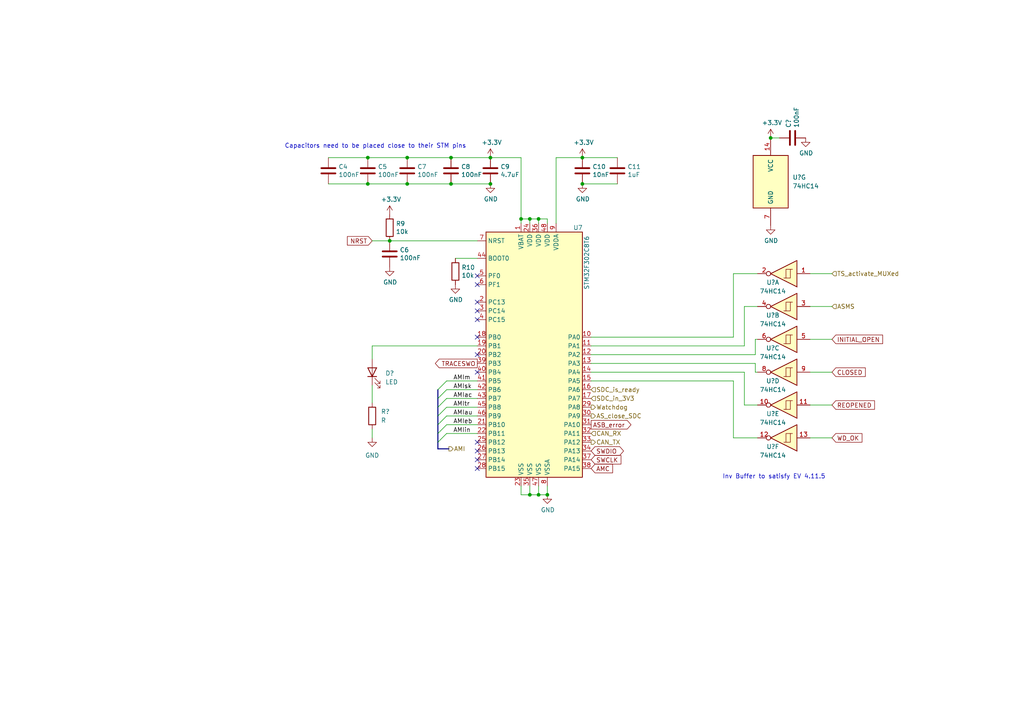
<source format=kicad_sch>
(kicad_sch (version 20211123) (generator eeschema)
  (paper "A4")
  (title_block (title "SDCL - CU") (date "2021-12-16") (rev "v1.0") (company "FaSTTUBe - Formula Student Team TU Berlin") (comment 1 "Car 113") (comment 2 "EBS Electronics") (comment 3 "CU for CAN Bus connection to supervisor"))
  (lib_symbols
    (symbol "74xx:74HC14" (pin_names (offset 1.016))
      (property "Reference" "U" (at 0 1.27 0))
      (property "Value" "74HC14" (at 0 -1.27 0))
      (symbol "74HC14_1_0"
        (polyline (pts (xy -3.81 3.81) (xy -3.81 -3.81) (xy 3.81 0) (xy -3.81 3.81)) (stroke (width 0.254)) (fill (type background)))
        (pin input line (at -7.62 0 0) (length 3.81) (name "~") (number "1"))
        (pin output inverted (at 7.62 0 180) (length 3.81) (name "~") (number "2"))
      )
      (symbol "74HC14_1_1"
        (polyline (pts (xy -1.905 -1.27) (xy -1.905 1.27) (xy -0.635 1.27)))
        (polyline (pts (xy -2.54 -1.27) (xy -0.635 -1.27) (xy -0.635 1.27) (xy 0 1.27)))
      )
      (symbol "74HC14_2_0"
        (polyline (pts (xy -3.81 3.81) (xy -3.81 -3.81) (xy 3.81 0) (xy -3.81 3.81)) (stroke (width 0.254)) (fill (type background)))
        (pin input line (at -7.62 0 0) (length 3.81) (name "~") (number "3"))
        (pin output inverted (at 7.62 0 180) (length 3.81) (name "~") (number "4"))
      )
      (symbol "74HC14_2_1"
        (polyline (pts (xy -1.905 -1.27) (xy -1.905 1.27) (xy -0.635 1.27)))
        (polyline (pts (xy -2.54 -1.27) (xy -0.635 -1.27) (xy -0.635 1.27) (xy 0 1.27)))
      )
      (symbol "74HC14_3_0"
        (polyline (pts (xy -3.81 3.81) (xy -3.81 -3.81) (xy 3.81 0) (xy -3.81 3.81)) (stroke (width 0.254)) (fill (type background)))
        (pin input line (at -7.62 0 0) (length 3.81) (name "~") (number "5"))
        (pin output inverted (at 7.62 0 180) (length 3.81) (name "~") (number "6"))
      )
      (symbol "74HC14_3_1"
        (polyline (pts (xy -1.905 -1.27) (xy -1.905 1.27) (xy -0.635 1.27)))
        (polyline (pts (xy -2.54 -1.27) (xy -0.635 -1.27) (xy -0.635 1.27) (xy 0 1.27)))
      )
      (symbol "74HC14_4_0"
        (polyline (pts (xy -3.81 3.81) (xy -3.81 -3.81) (xy 3.81 0) (xy -3.81 3.81)) (stroke (width 0.254)) (fill (type background)))
        (pin output inverted (at 7.62 0 180) (length 3.81) (name "~") (number "8"))
        (pin input line (at -7.62 0 0) (length 3.81) (name "~") (number "9"))
      )
      (symbol "74HC14_4_1"
        (polyline (pts (xy -1.905 -1.27) (xy -1.905 1.27) (xy -0.635 1.27)))
        (polyline (pts (xy -2.54 -1.27) (xy -0.635 -1.27) (xy -0.635 1.27) (xy 0 1.27)))
      )
      (symbol "74HC14_5_0"
        (polyline (pts (xy -3.81 3.81) (xy -3.81 -3.81) (xy 3.81 0) (xy -3.81 3.81)) (stroke (width 0.254)) (fill (type background)))
        (pin output inverted (at 7.62 0 180) (length 3.81) (name "~") (number "10"))
        (pin input line (at -7.62 0 0) (length 3.81) (name "~") (number "11"))
      )
      (symbol "74HC14_5_1"
        (polyline (pts (xy -1.905 -1.27) (xy -1.905 1.27) (xy -0.635 1.27)))
        (polyline (pts (xy -2.54 -1.27) (xy -0.635 -1.27) (xy -0.635 1.27) (xy 0 1.27)))
      )
      (symbol "74HC14_6_0"
        (polyline (pts (xy -3.81 3.81) (xy -3.81 -3.81) (xy 3.81 0) (xy -3.81 3.81)) (stroke (width 0.254)) (fill (type background)))
        (pin output inverted (at 7.62 0 180) (length 3.81) (name "~") (number "12"))
        (pin input line (at -7.62 0 0) (length 3.81) (name "~") (number "13"))
      )
      (symbol "74HC14_6_1"
        (polyline (pts (xy -1.905 -1.27) (xy -1.905 1.27) (xy -0.635 1.27)))
        (polyline (pts (xy -2.54 -1.27) (xy -0.635 -1.27) (xy -0.635 1.27) (xy 0 1.27)))
      )
      (symbol "74HC14_7_0"
        (pin power_in line (at 0 12.7 270) (length 5.08) (name "VCC") (number "14"))
        (pin power_in line (at 0 -12.7 90) (length 5.08) (name "GND") (number "7"))
      )
      (symbol "74HC14_7_1"
        (rectangle (start -5.08 7.62) (end 5.08 -7.62) (stroke (width 0.254)) (fill (type background)))
      )
    )
    (symbol "Device:C" (pin_numbers hide) (pin_names (offset 0.254))
      (property "Reference" "C" (at 0.635 2.54 0))
      (property "Value" "C" (at 0.635 -2.54 0))
      (symbol "C_0_1"
        (polyline (pts (xy -2.032 -0.762) (xy 2.032 -0.762)) (stroke (width 0.508)))
        (polyline (pts (xy -2.032 0.762) (xy 2.032 0.762)) (stroke (width 0.508)))
      )
      (symbol "C_1_1"
        (pin passive line (at 0 3.81 270) (length 2.794) (name "~") (number "1"))
        (pin passive line (at 0 -3.81 90) (length 2.794) (name "~") (number "2"))
      )
    )
    (symbol "Device:LED" (pin_numbers hide) (pin_names (offset 1.016) hide)
      (property "Reference" "D" (at 0 2.54 0))
      (property "Value" "LED" (at 0 -2.54 0))
      (symbol "LED_0_1"
        (polyline (pts (xy -1.27 -1.27) (xy -1.27 1.27)) (stroke (width 0.254)))
        (polyline (pts (xy -1.27 0) (xy 1.27 0)))
        (polyline (pts (xy 1.27 -1.27) (xy 1.27 1.27) (xy -1.27 0) (xy 1.27 -1.27)) (stroke (width 0.254)))
        (polyline (pts (xy -3.048 -0.762) (xy -4.572 -2.286) (xy -3.81 -2.286) (xy -4.572 -2.286) (xy -4.572 -1.524)))
        (polyline (pts (xy -1.778 -0.762) (xy -3.302 -2.286) (xy -2.54 -2.286) (xy -3.302 -2.286) (xy -3.302 -1.524)))
      )
      (symbol "LED_1_1"
        (pin passive line (at -3.81 0 0) (length 2.54) (name "K") (number "1"))
        (pin passive line (at 3.81 0 180) (length 2.54) (name "A") (number "2"))
      )
    )
    (symbol "Device:R" (pin_numbers hide) (pin_names (offset 0))
      (property "Reference" "R" (at 2.032 0 90))
      (property "Value" "R" (at 0 0 90))
      (symbol "R_0_1"
        (rectangle (start -1.016 -2.54) (end 1.016 2.54) (stroke (width 0.254)))
      )
      (symbol "R_1_1"
        (pin passive line (at 0 3.81 270) (length 1.27) (name "~") (number "1"))
        (pin passive line (at 0 -3.81 90) (length 1.27) (name "~") (number "2"))
      )
    )
    (symbol "MCU_ST_STM32F3:STM32F302C8Tx"
      (property "Reference" "U" (at -15.24 36.83 0))
      (property "Value" "STM32F302C8Tx" (at 7.62 36.83 0))
      (symbol "STM32F302C8Tx_0_1"
        (rectangle (start -15.24 -35.56) (end 12.7 35.56) (stroke (width 0.254)) (fill (type background)))
      )
      (symbol "STM32F302C8Tx_1_1"
        (pin power_in line (at -5.08 38.1 270) (length 2.54) (name "VBAT") (number "1"))
        (pin bidirectional line (at 15.24 5.08 180) (length 2.54) (name "PA0") (number "10"))
        (pin bidirectional line (at 15.24 2.54 180) (length 2.54) (name "PA1") (number "11"))
        (pin bidirectional line (at 15.24 0 180) (length 2.54) (name "PA2") (number "12"))
        (pin bidirectional line (at 15.24 -2.54 180) (length 2.54) (name "PA3") (number "13"))
        (pin bidirectional line (at 15.24 -5.08 180) (length 2.54) (name "PA4") (number "14"))
        (pin bidirectional line (at 15.24 -7.62 180) (length 2.54) (name "PA5") (number "15"))
        (pin bidirectional line (at 15.24 -10.16 180) (length 2.54) (name "PA6") (number "16"))
        (pin bidirectional line (at 15.24 -12.7 180) (length 2.54) (name "PA7") (number "17"))
        (pin bidirectional line (at -17.78 5.08 0) (length 2.54) (name "PB0") (number "18"))
        (pin bidirectional line (at -17.78 2.54 0) (length 2.54) (name "PB1") (number "19"))
        (pin bidirectional line (at -17.78 15.24 0) (length 2.54) (name "PC13") (number "2"))
        (pin bidirectional line (at -17.78 0 0) (length 2.54) (name "PB2") (number "20"))
        (pin bidirectional line (at -17.78 -20.32 0) (length 2.54) (name "PB10") (number "21"))
        (pin bidirectional line (at -17.78 -22.86 0) (length 2.54) (name "PB11") (number "22"))
        (pin power_in line (at -5.08 -38.1 90) (length 2.54) (name "VSS") (number "23"))
        (pin power_in line (at -2.54 38.1 270) (length 2.54) (name "VDD") (number "24"))
        (pin bidirectional line (at -17.78 -25.4 0) (length 2.54) (name "PB12") (number "25"))
        (pin bidirectional line (at -17.78 -27.94 0) (length 2.54) (name "PB13") (number "26"))
        (pin bidirectional line (at -17.78 -30.48 0) (length 2.54) (name "PB14") (number "27"))
        (pin bidirectional line (at -17.78 -33.02 0) (length 2.54) (name "PB15") (number "28"))
        (pin bidirectional line (at 15.24 -15.24 180) (length 2.54) (name "PA8") (number "29"))
        (pin bidirectional line (at -17.78 12.7 0) (length 2.54) (name "PC14") (number "3"))
        (pin bidirectional line (at 15.24 -17.78 180) (length 2.54) (name "PA9") (number "30"))
        (pin bidirectional line (at 15.24 -20.32 180) (length 2.54) (name "PA10") (number "31"))
        (pin bidirectional line (at 15.24 -22.86 180) (length 2.54) (name "PA11") (number "32"))
        (pin bidirectional line (at 15.24 -25.4 180) (length 2.54) (name "PA12") (number "33"))
        (pin bidirectional line (at 15.24 -27.94 180) (length 2.54) (name "PA13") (number "34"))
        (pin power_in line (at -2.54 -38.1 90) (length 2.54) (name "VSS") (number "35"))
        (pin power_in line (at 0 38.1 270) (length 2.54) (name "VDD") (number "36"))
        (pin bidirectional line (at 15.24 -30.48 180) (length 2.54) (name "PA14") (number "37"))
        (pin bidirectional line (at 15.24 -33.02 180) (length 2.54) (name "PA15") (number "38"))
        (pin bidirectional line (at -17.78 -2.54 0) (length 2.54) (name "PB3") (number "39"))
        (pin bidirectional line (at -17.78 10.16 0) (length 2.54) (name "PC15") (number "4"))
        (pin bidirectional line (at -17.78 -5.08 0) (length 2.54) (name "PB4") (number "40"))
        (pin bidirectional line (at -17.78 -7.62 0) (length 2.54) (name "PB5") (number "41"))
        (pin bidirectional line (at -17.78 -10.16 0) (length 2.54) (name "PB6") (number "42"))
        (pin bidirectional line (at -17.78 -12.7 0) (length 2.54) (name "PB7") (number "43"))
        (pin input line (at -17.78 27.94 0) (length 2.54) (name "BOOT0") (number "44"))
        (pin bidirectional line (at -17.78 -15.24 0) (length 2.54) (name "PB8") (number "45"))
        (pin bidirectional line (at -17.78 -17.78 0) (length 2.54) (name "PB9") (number "46"))
        (pin power_in line (at 0 -38.1 90) (length 2.54) (name "VSS") (number "47"))
        (pin power_in line (at 2.54 38.1 270) (length 2.54) (name "VDD") (number "48"))
        (pin input line (at -17.78 22.86 0) (length 2.54) (name "PF0") (number "5"))
        (pin input line (at -17.78 20.32 0) (length 2.54) (name "PF1") (number "6"))
        (pin input line (at -17.78 33.02 0) (length 2.54) (name "NRST") (number "7"))
        (pin power_in line (at 2.54 -38.1 90) (length 2.54) (name "VSSA") (number "8"))
        (pin power_in line (at 5.08 38.1 270) (length 2.54) (name "VDDA") (number "9"))
      )
    )
    (symbol "power:+3.3V" (power) (pin_names (offset 0))
      (property "Value" "+3.3V" (at 0 3.556 0))
      (symbol "+3.3V_0_1"
        (polyline (pts (xy -0.762 1.27) (xy 0 2.54)))
        (polyline (pts (xy 0 0) (xy 0 2.54)))
        (polyline (pts (xy 0 2.54) (xy 0.762 1.27)))
      )
      (symbol "+3.3V_1_1"
        (pin power_in line (at 0 0 90) (length 0) hide (name "+3.3V") (number "1"))
      )
    )
    (symbol "power:GND" (power) (pin_names (offset 0))
      (property "Value" "GND" (at 0 -3.81 0))
      (symbol "GND_0_1"
        (polyline (pts (xy 0 0) (xy 0 -1.27) (xy 1.27 -1.27) (xy 0 -2.54) (xy -1.27 -1.27) (xy 0 -1.27)))
      )
      (symbol "GND_1_1"
        (pin power_in line (at 0 0 270) (length 0) hide (name "GND") (number "1"))
      )
    )
  )
  (junction (at 223.52 40.005))
  (junction (at 106.68 45.72))
  (junction (at 142.24 53.34))
  (junction (at 118.11 45.72))
  (junction (at 118.11 53.34))
  (junction (at 106.68 53.34))
  (junction (at 153.67 63.5))
  (junction (at 168.91 45.72))
  (junction (at 130.81 53.34))
  (junction (at 142.24 45.72))
  (junction (at 158.75 143.51))
  (junction (at 113.03 69.85))
  (junction (at 156.21 63.5))
  (junction (at 153.67 143.51))
  (junction (at 151.13 63.5))
  (junction (at 130.81 45.72))
  (junction (at 156.21 143.51))
  (junction (at 168.91 53.34))
  (no_connect (at 138.43 133.35))
  (no_connect (at 138.43 82.55))
  (no_connect (at 138.43 87.63))
  (no_connect (at 138.43 92.71))
  (no_connect (at 138.43 128.27))
  (no_connect (at 138.43 80.01))
  (no_connect (at 138.43 90.17))
  (no_connect (at 138.43 97.79))
  (no_connect (at 138.43 102.87))
  (no_connect (at 138.43 130.81))
  (no_connect (at 138.43 107.95))
  (no_connect (at 138.43 135.89))
  (bus_entry (at 127 118.11) (size 2.54 -2.54))
  (bus_entry (at 127 120.65) (size 2.54 -2.54))
  (bus_entry (at 127 123.19) (size 2.54 -2.54))
  (bus_entry (at 127 125.73) (size 2.54 -2.54))
  (bus_entry (at 127 128.27) (size 2.54 -2.54))
  (bus_entry (at 127 113.03) (size 2.54 -2.54))
  (bus_entry (at 127 115.57) (size 2.54 -2.54))
  (wire (pts (xy 153.67 63.5) (xy 153.67 64.77)))
  (wire (pts (xy 212.725 79.375) (xy 219.71 79.375)))
  (wire (pts (xy 158.75 63.5) (xy 156.21 63.5)))
  (wire (pts (xy 107.95 104.14) (xy 107.95 100.33)))
  (wire (pts (xy 161.29 45.72) (xy 161.29 64.77)))
  (wire (pts (xy 129.54 120.65) (xy 138.43 120.65)))
  (wire (pts (xy 153.67 140.97) (xy 153.67 143.51)))
  (wire (pts (xy 219.71 88.9) (xy 215.9 88.9)))
  (wire (pts (xy 156.21 140.97) (xy 156.21 143.51)))
  (wire (pts (xy 158.75 64.77) (xy 158.75 63.5)))
  (wire (pts (xy 107.95 111.76) (xy 107.95 116.84)))
  (wire (pts (xy 158.75 143.51) (xy 156.21 143.51)))
  (wire (pts (xy 219.075 98.425) (xy 219.075 102.87)))
  (wire (pts (xy 130.81 53.34) (xy 142.24 53.34)))
  (wire (pts (xy 129.54 118.11) (xy 138.43 118.11)))
  (bus (pts (xy 127 113.03) (xy 127 115.57)))
  (wire (pts (xy 107.95 100.33) (xy 138.43 100.33)))
  (wire (pts (xy 168.91 53.34) (xy 179.07 53.34)))
  (wire (pts (xy 219.075 98.425) (xy 219.71 98.425)))
  (wire (pts (xy 142.24 45.72) (xy 151.13 45.72)))
  (wire (pts (xy 107.95 69.85) (xy 113.03 69.85)))
  (wire (pts (xy 156.21 63.5) (xy 153.67 63.5)))
  (bus (pts (xy 127 130.175) (xy 130.175 130.175)))
  (wire (pts (xy 212.725 127) (xy 212.725 110.49)))
  (bus (pts (xy 127 128.27) (xy 127 130.175)))
  (bus (pts (xy 127 118.11) (xy 127 120.65)))
  (wire (pts (xy 129.54 125.73) (xy 138.43 125.73)))
  (wire (pts (xy 219.075 107.95) (xy 219.075 105.41)))
  (wire (pts (xy 234.95 127) (xy 241.3 127)))
  (wire (pts (xy 226.06 40.005) (xy 223.52 40.005)))
  (wire (pts (xy 161.29 45.72) (xy 168.91 45.72)))
  (bus (pts (xy 127 115.57) (xy 127 118.11)))
  (wire (pts (xy 219.71 117.475) (xy 215.9 117.475)))
  (wire (pts (xy 171.45 97.79) (xy 212.725 97.79)))
  (wire (pts (xy 113.03 69.85) (xy 138.43 69.85)))
  (wire (pts (xy 158.75 140.97) (xy 158.75 143.51)))
  (wire (pts (xy 219.075 102.87) (xy 171.45 102.87)))
  (wire (pts (xy 215.9 100.33) (xy 171.45 100.33)))
  (wire (pts (xy 129.54 115.57) (xy 138.43 115.57)))
  (wire (pts (xy 212.725 97.79) (xy 212.725 79.375)))
  (wire (pts (xy 168.91 45.72) (xy 179.07 45.72)))
  (bus (pts (xy 127 123.19) (xy 127 125.73)))
  (wire (pts (xy 156.21 143.51) (xy 153.67 143.51)))
  (wire (pts (xy 215.9 88.9) (xy 215.9 100.33)))
  (wire (pts (xy 129.54 110.49) (xy 138.43 110.49)))
  (wire (pts (xy 107.95 127) (xy 107.95 124.46)))
  (bus (pts (xy 127 125.73) (xy 127 128.27)))
  (wire (pts (xy 215.9 117.475) (xy 215.9 107.95)))
  (wire (pts (xy 234.95 117.475) (xy 241.3 117.475)))
  (wire (pts (xy 234.95 107.95) (xy 241.3 107.95)))
  (wire (pts (xy 219.075 105.41) (xy 171.45 105.41)))
  (bus (pts (xy 127 120.65) (xy 127 123.19)))
  (wire (pts (xy 129.54 123.19) (xy 138.43 123.19)))
  (wire (pts (xy 129.54 113.03) (xy 138.43 113.03)))
  (wire (pts (xy 132.08 74.93) (xy 138.43 74.93)))
  (wire (pts (xy 234.95 98.425) (xy 241.3 98.425)))
  (wire (pts (xy 219.075 107.95) (xy 219.71 107.95)))
  (wire (pts (xy 95.25 53.34) (xy 106.68 53.34)))
  (wire (pts (xy 151.13 140.97) (xy 151.13 143.51)))
  (wire (pts (xy 106.68 45.72) (xy 118.11 45.72)))
  (wire (pts (xy 219.71 127) (xy 212.725 127)))
  (wire (pts (xy 151.13 143.51) (xy 153.67 143.51)))
  (wire (pts (xy 106.68 53.34) (xy 118.11 53.34)))
  (wire (pts (xy 215.9 107.95) (xy 171.45 107.95)))
  (wire (pts (xy 234.95 79.375) (xy 241.3 79.375)))
  (wire (pts (xy 234.95 88.9) (xy 241.3 88.9)))
  (wire (pts (xy 106.68 45.72) (xy 95.25 45.72)))
  (wire (pts (xy 212.725 110.49) (xy 171.45 110.49)))
  (wire (pts (xy 151.13 63.5) (xy 151.13 64.77)))
  (wire (pts (xy 151.13 45.72) (xy 151.13 63.5)))
  (wire (pts (xy 118.11 53.34) (xy 130.81 53.34)))
  (wire (pts (xy 156.21 64.77) (xy 156.21 63.5)))
  (wire (pts (xy 153.67 63.5) (xy 151.13 63.5)))
  (wire (pts (xy 118.11 45.72) (xy 130.81 45.72)))
  (wire (pts (xy 130.81 45.72) (xy 142.24 45.72)))
  (text "Capacitors need to be placed close to their STM pins" (at 82.55 43.18 0) (effects (font (size 1.27 1.27)) (justify left bottom)))
  (text "Inv Buffer to satisfy EV 4.11.5" (at 209.55 139.065 0) (effects (font (size 1.27 1.27)) (justify left bottom)))
  (label "AMIsk" (at 131.445 113.03 0))
  (label "AMIm" (at 131.445 110.49 0))
  (label "AMIac" (at 131.445 115.57 0))
  (label "AMIau" (at 131.445 120.65 0))
  (label "AMIin" (at 131.445 125.73 0))
  (label "AMIeb" (at 131.445 123.19 0))
  (label "AMItr" (at 131.445 118.11 0))
  (global_label "REOPENED" (shape input) (at 241.3 117.475 0) (property "Intersheet References" "${INTERSHEET_REFS}" (effects hide)))
  (global_label "CLOSED" (shape input) (at 241.3 107.95 0) (property "Intersheet References" "${INTERSHEET_REFS}" (effects hide)))
  (global_label "WD_OK" (shape input) (at 241.3 127 0) (property "Intersheet References" "${INTERSHEET_REFS}" (effects hide)))
  (global_label "ASB_error" (shape output) (at 171.45 123.19 0) (property "Intersheet References" "${INTERSHEET_REFS}" (effects hide)))
  (global_label "SWDIO" (shape bidirectional) (at 171.45 130.81 0) (property "Intersheet References" "${INTERSHEET_REFS}" (effects hide)))
  (global_label "INITIAL_OPEN" (shape input) (at 241.3 98.425 0) (property "Intersheet References" "${INTERSHEET_REFS}" (effects hide)))
  (global_label "NRST" (shape input) (at 107.95 69.85 180) (property "Intersheet References" "${INTERSHEET_REFS}" (effects hide)))
  (global_label "AMC" (shape input) (at 171.45 135.89 0) (property "Intersheet References" "${INTERSHEET_REFS}" (effects hide)))
  (global_label "TRACESWO" (shape output) (at 138.43 105.41 180) (property "Intersheet References" "${INTERSHEET_REFS}" (effects hide)))
  (global_label "SWCLK" (shape input) (at 171.45 133.35 0) (property "Intersheet References" "${INTERSHEET_REFS}" (effects hide)))
  (hierarchical_label "SDC_is_ready" (shape input) (at 171.45 113.03 0))
  (hierarchical_label "CAN_RX" (shape input) (at 171.45 125.73 0))
  (hierarchical_label "CAN_TX" (shape output) (at 171.45 128.27 0))
  (hierarchical_label "ASMS" (shape input) (at 241.3 88.9 0))
  (hierarchical_label "AS_close_SDC" (shape output) (at 171.45 120.65 0))
  (hierarchical_label "TS_activate_MUXed" (shape input) (at 241.3 79.375 0))
  (hierarchical_label "Watchdog" (shape output) (at 171.45 118.11 0))
  (hierarchical_label "SDC_in_3V3" (shape input) (at 171.45 115.57 0))
  (hierarchical_label "AMI" (shape output) (at 130.175 130.175 0))
  (symbol (lib_id "Device:C") (at 130.81 49.53 0) (unit 1)
    (property "Reference" "C8" (at 133.731 48.3616 0) (effects (justify left)))
    (property "Value" "100nF" (at 133.731 50.673 0) (effects (justify left)))
    (property "Footprint" "Capacitor_SMD:C_0603_1608Metric_Pad1.05x0.95mm_HandSolder" (effects hide))
  )
  (symbol (lib_id "Device:C") (at 142.24 49.53 0) (unit 1)
    (property "Reference" "C9" (at 145.161 48.3616 0) (effects (justify left)))
    (property "Value" "4.7uF" (at 145.161 50.673 0) (effects (justify left)))
    (property "Footprint" "Capacitor_SMD:C_0603_1608Metric_Pad1.05x0.95mm_HandSolder" (effects hide))
  )
  (symbol (lib_id "Device:C") (at 118.11 49.53 0) (unit 1)
    (property "Reference" "C7" (at 121.031 48.3616 0) (effects (justify left)))
    (property "Value" "100nF" (at 121.031 50.673 0) (effects (justify left)))
    (property "Footprint" "Capacitor_SMD:C_0603_1608Metric_Pad1.05x0.95mm_HandSolder" (effects hide))
  )
  (symbol (lib_id "Device:C") (at 106.68 49.53 0) (unit 1)
    (property "Reference" "C5" (at 109.601 48.3616 0) (effects (justify left)))
    (property "Value" "100nF" (at 109.601 50.673 0) (effects (justify left)))
    (property "Footprint" "Capacitor_SMD:C_0603_1608Metric_Pad1.05x0.95mm_HandSolder" (effects hide))
  )
  (symbol (lib_id "Device:C") (at 95.25 49.53 0) (unit 1)
    (property "Reference" "C4" (at 98.171 48.3616 0) (effects (justify left)))
    (property "Value" "100nF" (at 98.171 50.673 0) (effects (justify left)))
    (property "Footprint" "Capacitor_SMD:C_0603_1608Metric_Pad1.05x0.95mm_HandSolder" (effects hide))
  )
  (symbol (lib_id "power:GND") (at 142.24 53.34 0) (unit 1)
    (property "Reference" "#PWR0133" (effects hide))
    (property "Value" "GND" (at 142.367 57.7342 0))
  )
  (symbol (lib_id "power:GND") (at 158.75 143.51 0) (unit 1)
    (property "Reference" "#PWR0140" (effects hide))
    (property "Value" "GND" (at 158.877 147.9042 0))
  )
  (symbol (lib_id "Device:C") (at 168.91 49.53 0) (unit 1)
    (property "Reference" "C10" (at 171.831 48.3616 0) (effects (justify left)))
    (property "Value" "10nF" (at 171.831 50.673 0) (effects (justify left)))
    (property "Footprint" "Capacitor_SMD:C_0603_1608Metric_Pad1.05x0.95mm_HandSolder" (effects hide))
  )
  (symbol (lib_id "Device:C") (at 179.07 49.53 0) (unit 1)
    (property "Reference" "C11" (at 181.991 48.3616 0) (effects (justify left)))
    (property "Value" "1uF" (at 181.991 50.673 0) (effects (justify left)))
    (property "Footprint" "Capacitor_SMD:C_0603_1608Metric_Pad1.05x0.95mm_HandSolder" (effects hide))
  )
  (symbol (lib_id "power:GND") (at 168.91 53.34 0) (unit 1)
    (property "Reference" "#PWR0134" (effects hide))
    (property "Value" "GND" (at 169.037 57.7342 0))
  )
  (symbol (lib_id "Device:R") (at 132.08 78.74 0) (unit 1)
    (property "Reference" "R10" (at 133.858 77.5716 0) (effects (justify left)))
    (property "Value" "10k" (at 133.858 79.883 0) (effects (justify left)))
    (property "Footprint" "Resistor_SMD:R_0603_1608Metric_Pad1.05x0.95mm_HandSolder" (effects hide))
  )
  (symbol (lib_id "MCU_ST_STM32F3:STM32F302C8Tx") (at 156.21 102.87 0) (unit 1)
    (property "Reference" "U7" (at 167.64 66.04 0))
    (property "Value" "STM32F302C8T6" (at 170.18 76.2 90))
    (property "Footprint" "Package_QFP:LQFP-48_7x7mm_P0.5mm" (effects hide))
    (property "Datasheet" "http://www.st.com/st-web-ui/static/active/en/resource/technical/document/datasheet/DM00093333.pdf" (effects hide))
  )
  (symbol (lib_id "power:GND") (at 132.08 82.55 0) (unit 1)
    (property "Reference" "#PWR0136" (effects hide))
    (property "Value" "GND" (at 132.207 86.9442 0))
  )
  (symbol (lib_id "Device:R") (at 113.03 66.04 0) (unit 1)
    (property "Reference" "R9" (at 114.808 64.8716 0) (effects (justify left)))
    (property "Value" "10k" (at 114.808 67.183 0) (effects (justify left)))
    (property "Footprint" "Resistor_SMD:R_0603_1608Metric_Pad1.05x0.95mm_HandSolder" (effects hide))
  )
  (symbol (lib_id "Device:C") (at 113.03 73.66 0) (unit 1)
    (property "Reference" "C6" (at 115.951 72.4916 0) (effects (justify left)))
    (property "Value" "100nF" (at 115.951 74.803 0) (effects (justify left)))
    (property "Footprint" "Capacitor_SMD:C_0603_1608Metric_Pad1.05x0.95mm_HandSolder" (effects hide))
  )
  (symbol (lib_id "power:GND") (at 113.03 77.47 0) (unit 1)
    (property "Reference" "#PWR0135" (effects hide))
    (property "Value" "GND" (at 113.157 81.8642 0))
  )
  (symbol (lib_id "power:+3.3V") (at 142.24 45.72 0) (unit 1)
    (property "Reference" "#PWR0137" (effects hide))
    (property "Value" "+3.3V" (at 142.621 41.3258 0))
  )
  (symbol (lib_id "power:+3.3V") (at 168.91 45.72 0) (unit 1)
    (property "Reference" "#PWR0138" (effects hide))
    (property "Value" "+3.3V" (at 169.291 41.3258 0))
  )
  (symbol (lib_id "power:+3.3V") (at 113.03 62.23 0) (unit 1)
    (property "Reference" "#PWR0139" (effects hide))
    (property "Value" "+3.3V" (at 113.411 57.8358 0))
  )
  (symbol (lib_id "74xx:74HC14") (at 227.33 127 180) (unit 6)
    (property "Reference" "U?" (at 224.155 129.54 0))
    (property "Value" "74HC14" (at 224.155 132.08 0))
    (property "Datasheet" "http://www.ti.com/lit/gpn/sn74HC14" (effects hide))
  )
  (symbol (lib_id "74xx:74HC14") (at 223.52 52.705 0) (unit 7)
    (property "Reference" "U?" (at 229.87 51.4349 0) (effects (justify left)))
    (property "Value" "74HC14" (at 229.87 53.9749 0) (effects (justify left)))
    (property "Datasheet" "http://www.ti.com/lit/gpn/sn74HC14" (effects hide))
  )
  (symbol (lib_id "74xx:74HC14") (at 227.33 107.95 180) (unit 4)
    (property "Reference" "U?" (at 224.155 110.49 0))
    (property "Value" "74HC14" (at 224.155 113.03 0))
    (property "Datasheet" "http://www.ti.com/lit/gpn/sn74HC14" (effects hide))
  )
  (symbol (lib_id "power:GND") (at 223.52 65.405 0) (unit 1)
    (property "Reference" "#PWR?" (effects hide))
    (property "Value" "GND" (at 223.647 69.7992 0))
  )
  (symbol (lib_id "power:GND") (at 233.68 40.005 0) (unit 1)
    (property "Reference" "#PWR?" (effects hide))
    (property "Value" "GND" (at 233.807 44.3992 0))
  )
  (symbol (lib_id "74xx:74HC14") (at 227.33 98.425 180) (unit 3)
    (property "Reference" "U?" (at 224.155 100.965 0))
    (property "Value" "74HC14" (at 224.155 103.505 0))
    (property "Datasheet" "http://www.ti.com/lit/gpn/sn74HC14" (effects hide))
  )
  (symbol (lib_id "Device:LED") (at 107.95 107.95 90) (unit 1)
    (property "Reference" "D?" (at 111.76 108.2674 90) (effects (justify right)))
    (property "Value" "LED" (at 111.76 110.8074 90) (effects (justify right)))
  )
  (symbol (lib_id "Device:R") (at 107.95 120.65 0) (unit 1)
    (property "Reference" "R?" (at 110.49 119.3799 0) (effects (justify left)))
    (property "Value" "R" (at 110.49 121.9199 0) (effects (justify left)))
  )
  (symbol (lib_id "power:GND") (at 107.95 127 0) (unit 1)
    (property "Reference" "#PWR?" (effects hide))
    (property "Value" "GND" (at 107.95 132.08 0))
  )
  (symbol (lib_id "74xx:74HC14") (at 227.33 79.375 180) (unit 1)
    (property "Reference" "U?" (at 224.155 81.915 0))
    (property "Value" "74HC14" (at 224.155 84.455 0))
    (property "Datasheet" "http://www.ti.com/lit/gpn/sn74HC14" (effects hide))
  )
  (symbol (lib_id "74xx:74HC14") (at 227.33 88.9 180) (unit 2)
    (property "Reference" "U?" (at 224.155 91.44 0))
    (property "Value" "74HC14" (at 224.155 93.98 0))
    (property "Datasheet" "http://www.ti.com/lit/gpn/sn74HC14" (effects hide))
  )
  (symbol (lib_id "power:+3.3V") (at 223.52 40.005 0) (unit 1)
    (property "Reference" "#PWR?" (effects hide))
    (property "Value" "+3.3V" (at 223.901 35.6108 0))
  )
  (symbol (lib_id "Device:C") (at 229.87 40.005 90) (unit 1)
    (property "Reference" "C?" (at 228.7016 37.084 0) (effects (justify left)))
    (property "Value" "100nF" (at 231.013 37.084 0) (effects (justify left)))
    (property "Footprint" "Capacitor_SMD:C_0603_1608Metric_Pad1.05x0.95mm_HandSolder" (effects hide))
  )
  (symbol (lib_id "74xx:74HC14") (at 227.33 117.475 180) (unit 5)
    (property "Reference" "U?" (at 224.155 120.015 0))
    (property "Value" "74HC14" (at 224.155 122.555 0))
    (property "Datasheet" "http://www.ti.com/lit/gpn/sn74HC14" (effects hide))
  )
)
</source>
